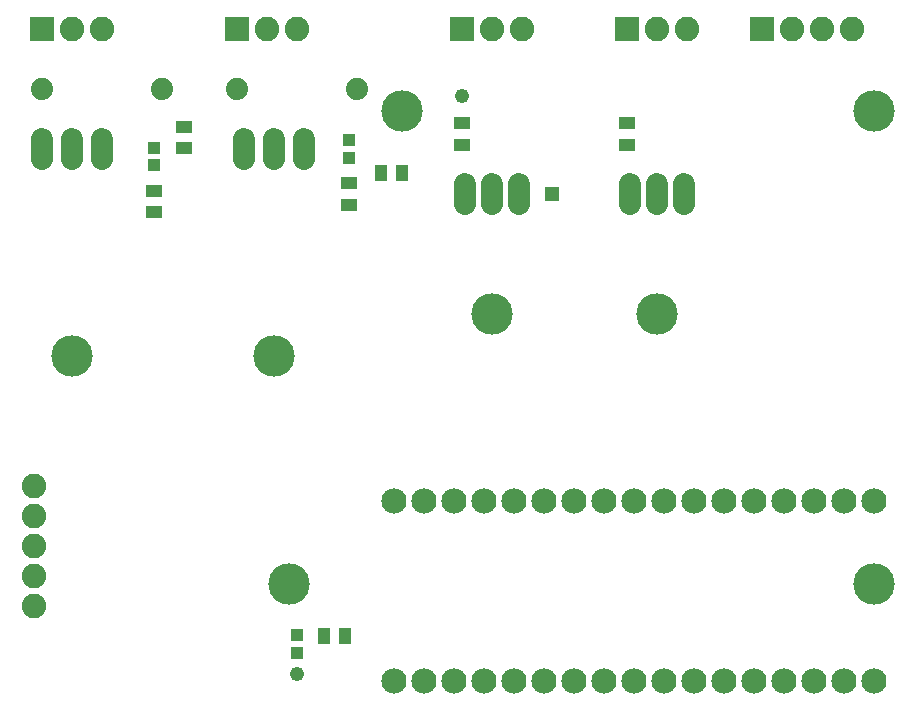
<source format=gts>
G75*
%MOIN*%
%OFA0B0*%
%FSLAX25Y25*%
%IPPOS*%
%LPD*%
%AMOC8*
5,1,8,0,0,1.08239X$1,22.5*
%
%ADD10C,0.08200*%
%ADD11C,0.07400*%
%ADD12R,0.08200X0.08200*%
%ADD13C,0.13800*%
%ADD14R,0.03950X0.03950*%
%ADD15C,0.07400*%
%ADD16R,0.05524X0.03950*%
%ADD17R,0.03950X0.05524*%
%ADD18C,0.08400*%
%ADD19C,0.04762*%
%ADD20R,0.04762X0.04762*%
D10*
X0034300Y0073933D03*
X0034300Y0083933D03*
X0034300Y0093933D03*
X0034300Y0103933D03*
X0034300Y0113933D03*
X0046800Y0266433D03*
X0056800Y0266433D03*
X0111800Y0266433D03*
X0121800Y0266433D03*
X0186800Y0266433D03*
X0196800Y0266433D03*
X0241800Y0266433D03*
X0251800Y0266433D03*
X0286800Y0266433D03*
X0296800Y0266433D03*
X0306800Y0266433D03*
D11*
X0141800Y0246433D03*
X0101800Y0246433D03*
X0076800Y0246433D03*
X0036800Y0246433D03*
D12*
X0036800Y0266433D03*
X0101800Y0266433D03*
X0176800Y0266433D03*
X0231800Y0266433D03*
X0276800Y0266433D03*
D13*
X0314300Y0238933D03*
X0241800Y0171433D03*
X0186800Y0171433D03*
X0114300Y0157433D03*
X0046800Y0157433D03*
X0119300Y0081433D03*
X0314300Y0081433D03*
X0156800Y0238933D03*
D14*
X0139300Y0229386D03*
X0139300Y0223480D03*
X0074300Y0220980D03*
X0074300Y0226886D03*
X0121800Y0064386D03*
X0121800Y0058480D03*
D15*
X0177800Y0208133D02*
X0177800Y0214733D01*
X0186800Y0214733D02*
X0186800Y0208133D01*
X0195800Y0208133D02*
X0195800Y0214733D01*
X0232800Y0214733D02*
X0232800Y0208133D01*
X0241800Y0208133D02*
X0241800Y0214733D01*
X0250800Y0214733D02*
X0250800Y0208133D01*
X0124300Y0223133D02*
X0124300Y0229733D01*
X0114300Y0229733D02*
X0114300Y0223133D01*
X0104300Y0223133D02*
X0104300Y0229733D01*
X0056800Y0229733D02*
X0056800Y0223133D01*
X0046800Y0223133D02*
X0046800Y0229733D01*
X0036800Y0229733D02*
X0036800Y0223133D01*
D16*
X0074300Y0212476D03*
X0074300Y0205390D03*
X0084300Y0226640D03*
X0084300Y0233726D03*
X0139300Y0214976D03*
X0139300Y0207890D03*
X0176800Y0227890D03*
X0176800Y0234976D03*
X0231800Y0234976D03*
X0231800Y0227890D03*
D17*
X0156843Y0218433D03*
X0149757Y0218433D03*
X0137843Y0063933D03*
X0130757Y0063933D03*
D18*
X0154300Y0048933D03*
X0164300Y0048933D03*
X0174300Y0048933D03*
X0184300Y0048933D03*
X0194300Y0048933D03*
X0204300Y0048933D03*
X0214300Y0048933D03*
X0224300Y0048933D03*
X0234300Y0048933D03*
X0244300Y0048933D03*
X0254300Y0048933D03*
X0264300Y0048933D03*
X0274300Y0048933D03*
X0284300Y0048933D03*
X0294300Y0048933D03*
X0304300Y0048933D03*
X0314300Y0048933D03*
X0314300Y0108933D03*
X0304300Y0108933D03*
X0294300Y0108933D03*
X0284300Y0108933D03*
X0274300Y0108933D03*
X0264300Y0108933D03*
X0254300Y0108933D03*
X0244300Y0108933D03*
X0234300Y0108933D03*
X0224300Y0108933D03*
X0214300Y0108933D03*
X0204300Y0108933D03*
X0194300Y0108933D03*
X0184300Y0108933D03*
X0174300Y0108933D03*
X0164300Y0108933D03*
X0154300Y0108933D03*
D19*
X0121800Y0051433D03*
X0176800Y0243933D03*
D20*
X0206800Y0211433D03*
M02*

</source>
